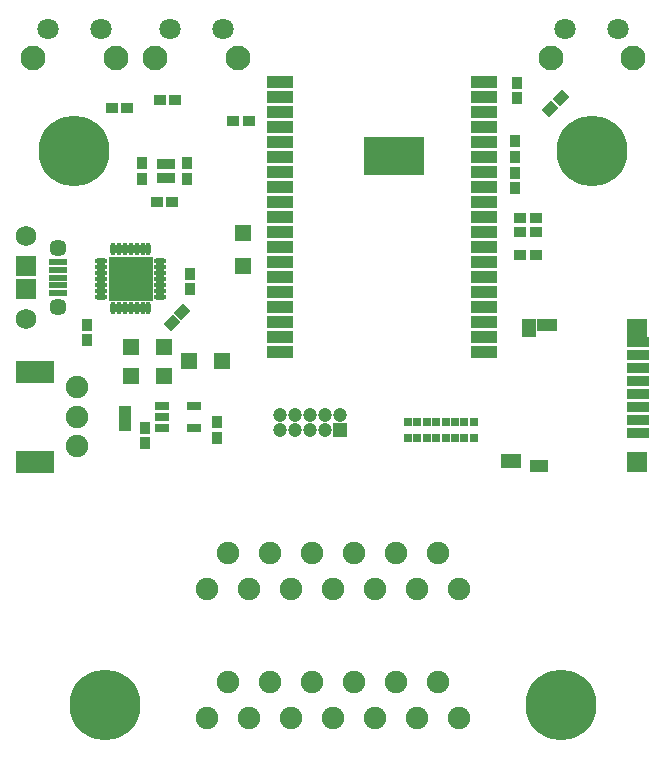
<source format=gbr>
G04 DipTrace 3.3.1.3*
G04 BottomMask.gbr*
%MOMM*%
G04 #@! TF.FileFunction,Soldermask,Bot*
G04 #@! TF.Part,Single*
%AMOUTLINE1*
4,1,4,
-0.0707,-0.70712,
-0.70712,-0.0707,
0.0707,0.70712,
0.70712,0.0707,
-0.0707,-0.70712,
0*%
%AMOUTLINE3*
4,1,11,
0.0,0.72562,
-0.00938,0.735,
-0.5064,0.735,
-0.5064,-0.735,
0.1508,-0.735,
0.1508,-0.281,
-0.1032,-0.281,
-0.1032,0.1286,
0.5064,0.1286,
0.5064,0.735,
0.00938,0.735,
0.0,0.72562,
0*%
%AMOUTLINE6*
4,1,11,
0.0,-0.72562,
0.00938,-0.735,
0.5064,-0.735,
0.5064,0.735,
-0.1508,0.735,
-0.1508,0.281,
0.1032,0.281,
0.1032,-0.1286,
-0.5064,-0.1286,
-0.5064,-0.735,
-0.00938,-0.735,
0.0,-0.72562,
0*%
%ADD21R,1.2X1.2*%
%ADD42C,1.9*%
%ADD60C,6.0*%
%ADD69R,1.3X0.8*%
%ADD71R,3.7X3.7*%
%ADD73O,0.5X1.05*%
%ADD75O,1.05X0.5*%
%ADD77R,5.2X3.2*%
%ADD79R,2.2X1.1*%
%ADD81R,3.2X1.9*%
%ADD83C,2.1*%
%ADD84C,1.8*%
%ADD86R,0.75X0.7*%
%ADD88R,0.5X0.87*%
%ADD90C,1.75*%
%ADD92C,1.45*%
%ADD94R,1.55X0.6*%
%ADD96C,1.2*%
%ADD99R,1.2X1.65*%
%ADD101R,1.7X1.0*%
%ADD103R,1.6X1.0*%
%ADD105R,1.75X1.2*%
%ADD107R,1.7X1.7*%
%ADD109R,1.7X1.5*%
%ADD111R,1.95X0.9*%
%ADD114R,1.4X1.4*%
%ADD115R,1.1X0.9*%
%ADD117R,0.9X1.1*%
%ADD123OUTLINE1*%
%ADD125OUTLINE3*%
%ADD128OUTLINE6*%
%FSLAX35Y35*%
G04*
G71*
G90*
G75*
G01*
G04 BotMask*
%LPD*%
D117*
X5286257Y6683257D3*
Y6813257D3*
X2111260Y6000633D3*
Y6130633D3*
D115*
X5448087Y5549167D3*
X5318087D3*
X5319543Y5350567D3*
X5449543D3*
D117*
X2524003Y5064007D3*
Y5194007D3*
X1650880Y4762380D3*
Y4632380D3*
X2143007Y3889257D3*
Y3759257D3*
X2746257Y3936880D3*
Y3806880D3*
D114*
X2301757Y4571880D3*
X2021757D3*
X2301757Y4333757D3*
X2021757D3*
X2511853Y4453663D3*
X2791853D3*
X2968507Y5540257D3*
Y5260257D3*
D42*
X2662507Y1434880D3*
X2840507Y1739880D3*
X3018507Y1434880D3*
X3196507Y1739880D3*
X3374507Y1434880D3*
X3552507Y1739880D3*
X3730507Y1434880D3*
X3908507Y1739880D3*
X4086507Y1434880D3*
X4264507Y1739880D3*
X4442507Y1434880D3*
X4620507Y1739880D3*
X4798507Y1434880D3*
D111*
X6318133Y4619507D3*
Y4509407D3*
Y4399507D3*
X6318167Y4289440D3*
Y4179440D3*
Y4069473D3*
Y3959440D3*
X6318133Y3849507D3*
D109*
X6306133Y4739407D3*
D107*
Y3604407D3*
D105*
X5237667Y3610440D3*
D103*
X5480667Y3569473D3*
D101*
X5545733Y4764407D3*
D99*
X5395733Y4732507D3*
D42*
X4798507Y2530257D3*
X4620507Y2835257D3*
X4442507Y2530257D3*
X4264507Y2835257D3*
X4086507Y2530257D3*
X3908507Y2835257D3*
X3730507Y2530257D3*
X3552507Y2835257D3*
X3374507Y2530257D3*
X3196507Y2835257D3*
X3018507Y2530257D3*
X2840507Y2835257D3*
X2662507Y2530257D3*
D21*
X3794007Y3873357D3*
D96*
Y4000357D3*
X3667007Y3873357D3*
Y4000357D3*
X3540007Y3873357D3*
Y4000357D3*
X3413007Y3873357D3*
Y4000357D3*
X3286007Y3873357D3*
Y4000357D3*
D94*
X1404713Y5033883D3*
Y5098883D3*
Y5163883D3*
Y5228883D3*
Y5293883D3*
D92*
Y4913883D3*
Y5413883D3*
D90*
X1134713Y4813883D3*
Y5513883D3*
D107*
Y5063883D3*
Y5263883D3*
D88*
X2270006Y6127633D3*
X2320006D3*
X2370006D3*
Y6002633D3*
X2320006D3*
X2270006D3*
D117*
X5270380Y5921257D3*
Y6051257D3*
Y6318130D3*
Y6188130D3*
D115*
X2368547Y5804617D3*
X2238547D3*
D117*
X2492257Y6000633D3*
Y6130633D3*
D115*
X5448007Y5667257D3*
X5318007D3*
X1861803Y6599717D3*
X1991803D3*
D123*
X2365257Y4778257D3*
X2457183Y4870183D3*
X5665487Y6680743D3*
X5573560Y6588817D3*
D115*
X2267243Y6665247D3*
X2397243D3*
X2888703Y6485123D3*
X3018703D3*
D86*
X4365507Y3936880D3*
X4445507D3*
X4525507D3*
X4605507D3*
X4685507D3*
X4765507D3*
X4845507D3*
X4925507D3*
Y3806880D3*
X4845507D3*
X4765507D3*
X4685507D3*
X4605507D3*
X4525507D3*
X4445507D3*
X4365507D3*
D84*
X2349380Y7270630D3*
X2799380D3*
D83*
X2224380Y7020630D3*
X2924380D3*
D84*
X5699007Y7270657D3*
X6149007D3*
D83*
X5574007Y7020657D3*
X6274007D3*
D84*
X1317507Y7270657D3*
X1767507D3*
D83*
X1192507Y7020657D3*
X1892507D3*
D42*
X1561253Y4234213D3*
Y3984213D3*
Y3734213D3*
D81*
X1212003Y4365263D3*
Y3603263D3*
D125*
X1968383Y4000380D3*
D128*
Y3944500D3*
D79*
X5008923Y6819107D3*
X5009923Y6692107D3*
Y6565107D3*
Y6438107D3*
Y6311107D3*
Y6184107D3*
Y6057107D3*
Y5930107D3*
Y5803107D3*
Y5676107D3*
Y5549107D3*
Y5422107D3*
Y5295107D3*
Y5168107D3*
X3287717Y5169073D3*
Y5296073D3*
Y5423073D3*
Y5550070D3*
Y5677073D3*
Y4534073D3*
Y4661073D3*
Y4788073D3*
Y4915073D3*
Y5042073D3*
X3287723Y5803207D3*
Y5930207D3*
Y6057207D3*
Y6184207D3*
Y6311207D3*
Y6438207D3*
Y6565207D3*
Y6692207D3*
Y6819207D3*
D77*
X4246923Y6188907D3*
D79*
X5009913Y5041970D3*
Y4914970D3*
Y4787970D3*
Y4660970D3*
Y4533970D3*
D75*
X2270003Y5302130D3*
Y5252130D3*
Y5202130D3*
Y5152130D3*
Y5102130D3*
Y5052130D3*
Y5002130D3*
D73*
X2170003Y4902130D3*
X2120003D3*
X2070003D3*
X2020003D3*
X1970003D3*
X1920003D3*
X1870003D3*
D75*
X1770003Y5002130D3*
Y5052130D3*
Y5102130D3*
Y5152130D3*
Y5202130D3*
Y5252130D3*
Y5302130D3*
D73*
X1870003Y5402130D3*
X1920003D3*
X1970003D3*
X2020003D3*
X2070003D3*
X2120003D3*
X2170003D3*
D71*
X2020003Y5152130D3*
D69*
X2285880Y3889257D3*
Y3984257D3*
Y4079257D3*
X2555880D3*
Y3889257D3*
D60*
X5921257Y6238757D3*
X1539757D3*
X5658507Y1548757D3*
X1802507D3*
M02*

</source>
